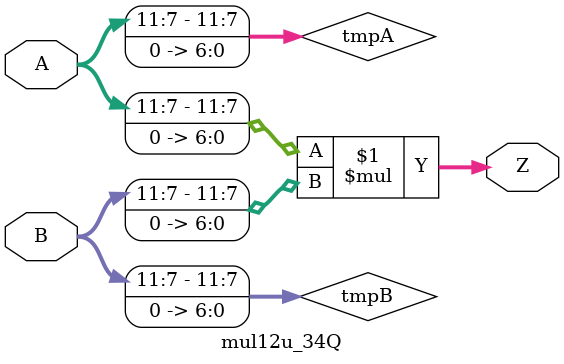
<source format=v>
/***
* This code is a part of EvoApproxLib library (ehw.fit.vutbr.cz/approxlib) distributed under The MIT License.
* When used, please cite the following article(s): PRABAKARAN B. S., MRAZEK V., VASICEK Z., SEKANINA L., SHAFIQUE M. ApproxFPGAs: Embracing ASIC-based Approximate Arithmetic Components for FPGA-Based Systems. DAC 2020. 
***/
// MAE% = 1.53 %
// MAE = 256000 
// WCE% = 6.10 %
// WCE = 1024001 
// WCRE% = 100.00 %
// EP% = 99.95 %
// MRE% = 15.79 %
// MSE = 92062.713e6 
// FPGA_POWER = 0.43
// FPGA_DELAY = 8.7
// FPGA_LUT = 22



module mul12u_34Q(
	A, 
	B,
	Z
);

input [12-1:0] A;
input [12-1:0] B;
output [2*12-1:0] Z;

wire [12-1:0] tmpA;
wire [12-1:0] tmpB;
assign tmpA = {A[12-1:7],{7{1'b0}}};
assign tmpB = {B[12-1:7],{7{1'b0}}};
assign Z = tmpA * tmpB;
endmodule


</source>
